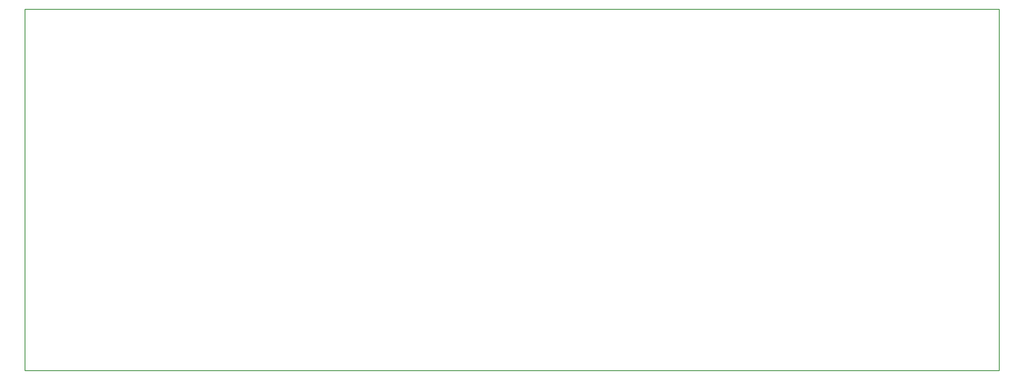
<source format=gko>
G04 Layer: BoardOutlineLayer*
G04 EasyEDA v6.5.39, 2024-02-04 18:15:22*
G04 34cdbf00d3e34c3386613b9734a0afe0,5509f98a9368439c9cde498926e245b9,10*
G04 Gerber Generator version 0.2*
G04 Scale: 100 percent, Rotated: No, Reflected: No *
G04 Dimensions in millimeters *
G04 leading zeros omitted , absolute positions ,4 integer and 5 decimal *
%FSLAX45Y45*%
%MOMM*%

%ADD10C,0.2500*%
D10*
X-14763749Y-714425D02*
G01*
X14763750Y-714425D01*
X14763750Y10239324D01*
X-14763749Y10239324D01*
X-14763749Y-714375D01*

%LPD*%
M02*

</source>
